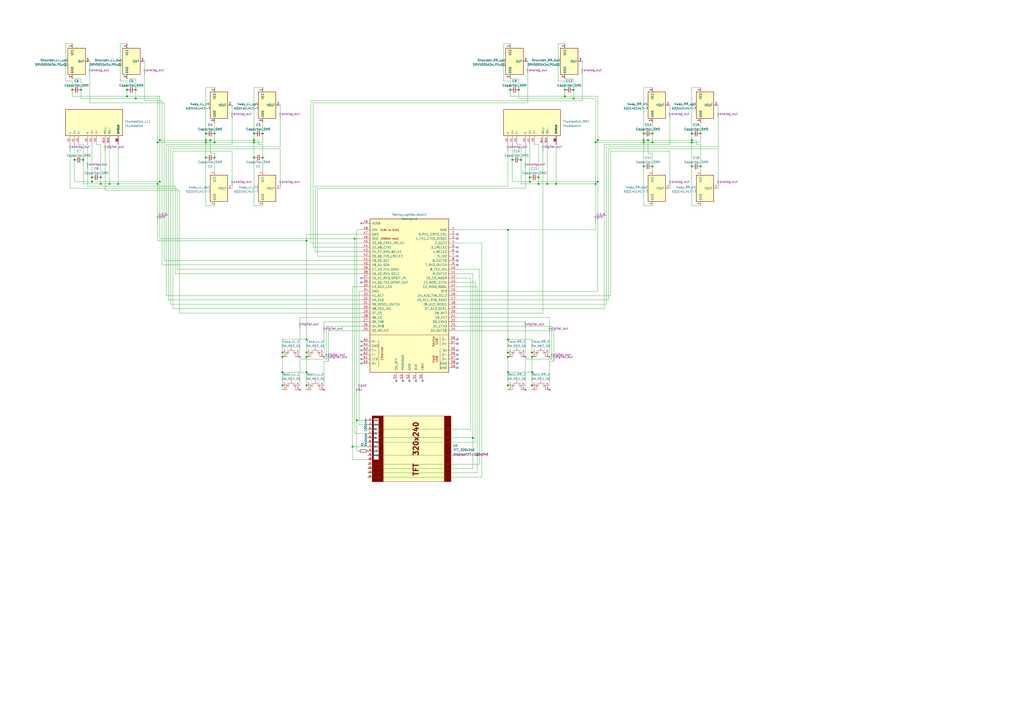
<source format=kicad_sch>
(kicad_sch (version 20230121) (generator eeschema)
  (paper "A2")
  (lib_symbols
    (symbol "Device:C_Small" (pin_numbers hide) (pin_names (offset 0.254) hide)
      (property "Reference" "C" (at 0.254 1.778 0))
      (property "Value" "C_Small" (at 0.254 -2.032 0))
      (symbol "C_Small_0_1"
        (polyline (pts (xy -1.524 -0.508) (xy 1.524 -0.508)) (stroke (width 0.3302)))
        (polyline (pts (xy -1.524 0.508) (xy 1.524 0.508)) (stroke (width 0.3048)))
      )
      (symbol "C_Small_1_1"
        (pin passive line (at 0 2.54 270) (length 2.032) (name "~") (number "1"))
        (pin passive line (at 0 -2.54 90) (length 2.032) (name "~") (number "2"))
      )
    )
    (symbol "Device:R_Small" (pin_numbers hide) (pin_names (offset 0.254) hide)
      (property "Reference" "R" (at 0.762 0.508 0))
      (property "Value" "R_Small" (at 0.762 -1.016 0))
      (symbol "R_Small_0_1"
        (rectangle (start -0.762 1.778) (end 0.762 -1.778) (stroke (width 0.2032)))
      )
      (symbol "R_Small_1_1"
        (pin passive line (at 0 2.54 270) (length 0.762) (name "~") (number "1"))
        (pin passive line (at 0 -2.54 90) (length 0.762) (name "~") (number "2"))
      )
    )
    (symbol "Sensor_Magnetic:A3214ELHLT-T"
      (property "Reference" "U" (at 0 11.43 0))
      (property "Value" "A3214ELHLT-T" (at 0 8.89 0))
      (symbol "A3214ELHLT-T_0_1"
        (rectangle (start -5.08 7.62) (end 5.08 -7.62) (stroke (width 0.254)) (fill (type background)))
      )
      (symbol "A3214ELHLT-T_1_1"
        (pin power_in line (at -2.54 10.16 270) (length 2.54) (name "VCC") (number "1"))
        (pin output line (at 7.62 0 180) (length 2.54) (name "VOUT") (number "2"))
        (pin power_in line (at -2.54 -10.16 90) (length 2.54) (name "GND") (number "3"))
      )
    )
    (symbol "Sensor_Magnetic:DRV5055A3xLPGxQ1"
      (property "Reference" "U" (at 5.08 12.7 0))
      (property "Value" "DRV5055A3xLPGxQ1" (at 7.62 10.16 0))
      (symbol "DRV5055A3xLPGxQ1_1_1"
        (rectangle (start -5.08 7.62) (end 5.08 -7.62) (stroke (width 0.254)) (fill (type background)))
        (pin power_in line (at -2.54 10.16 270) (length 2.54) (name "VCC") (number "1"))
        (pin power_in line (at -2.54 -10.16 90) (length 2.54) (name "GND") (number "2"))
        (pin output line (at 7.62 0 180) (length 2.54) (name "OUT") (number "3"))
      )
    )
    (symbol "Switch:SW_MEC_5E" (pin_names (offset 1.016) hide)
      (property "Reference" "SW" (at 0.635 5.715 0))
      (property "Value" "SW_MEC_5E" (at 0 -3.175 0))
      (symbol "SW_MEC_5E_0_1"
        (circle (center -1.778 2.54) (radius 0.508))
        (polyline (pts (xy -2.286 3.81) (xy 2.286 3.81)))
        (polyline (pts (xy 0 3.81) (xy 0 5.588)))
        (polyline (pts (xy -2.54 0) (xy -2.54 2.54) (xy -2.286 2.54)))
        (polyline (pts (xy 2.54 0) (xy 2.54 2.54) (xy 2.286 2.54)))
        (circle (center 1.778 2.54) (radius 0.508))
        (pin passive line (at -5.08 2.54 0) (length 2.54) (name "1") (number "1"))
        (pin passive line (at -5.08 0 0) (length 2.54) (name "2") (number "2"))
        (pin passive line (at 5.08 0 180) (length 2.54) (name "K") (number "3"))
        (pin passive line (at 5.08 2.54 180) (length 2.54) (name "A") (number "4"))
      )
    )
    (symbol "display:TFT_320x240" (pin_names (offset 1.016))
      (property "Reference" "U?" (at 20.32 25.4001 0))
      (property "Value" "TFT_320x240" (at 20.32 22.8601 0))
      (property "Footprint" "z_Devices:TFT-320x240" (at 20.32 20.3201 0))
      (symbol "TFT_320x240_0_0"
        (text "TFT  320x240" (at 0 25.4 0) (effects (font (size 2.9972 2.9972) bold)))
      )
      (symbol "TFT_320x240_0_1"
        (rectangle (start -19.05 0) (end 19.05 0.8382) (fill (type outline)))
        (rectangle (start -19.05 0) (end 19.05 6.35))
        (rectangle (start -19.05 6.35) (end 19.05 3.81) (fill (type outline)))
        (rectangle (start -19.05 6.35) (end 19.05 41.91) (fill (type background)))
        (rectangle (start -19.05 41.91) (end 19.05 45.72) (fill (type outline)))
        (rectangle (start -17.78 0) (end -19.05 3.81) (fill (type outline)))
        (rectangle (start 19.05 0) (end 6.35 3.81) (fill (type outline)))
      )
      (symbol "TFT_320x240_1_1"
        (pin power_in line (at -16.51 -2.54 90) (length 2.54) (name "VCC") (number "1"))
        (pin bidirectional line (at 6.35 -2.54 90) (length 2.54) (name "~") (number "10"))
        (pin bidirectional line (at 8.89 -2.54 90) (length 2.54) (name "~") (number "11"))
        (pin bidirectional line (at 11.43 -2.54 90) (length 2.54) (name "~") (number "12"))
        (pin bidirectional line (at 13.97 -2.54 90) (length 2.54) (name "~") (number "13"))
        (pin bidirectional line (at 16.51 -2.54 90) (length 2.54) (name "~") (number "14"))
        (pin bidirectional line (at -13.97 -2.54 90) (length 2.54) (name "GND") (number "2"))
        (pin bidirectional line (at -11.43 -2.54 90) (length 2.54) (name "CS") (number "3"))
        (pin bidirectional line (at -8.89 -2.54 90) (length 2.54) (name "RST") (number "4"))
        (pin bidirectional line (at -6.35 -2.54 90) (length 2.54) (name "DC") (number "5"))
        (pin bidirectional line (at -3.81 -2.54 90) (length 2.54) (name "MOSI") (number "6"))
        (pin bidirectional line (at -1.27 -2.54 90) (length 2.54) (name "SCK") (number "7"))
        (pin power_in line (at 1.27 -2.54 90) (length 2.54) (name "LED") (number "8"))
        (pin bidirectional line (at 3.81 -2.54 90) (length 2.54) (name "MISO") (number "9"))
      )
    )
    (symbol "sparkfun:COM-09032" (pin_names (offset 1.016))
      (property "Reference" "U" (at -7.62 16.002 0))
      (property "Value" "COM-09032" (at -7.62 -20.32 0))
      (symbol "COM-09032_0_0"
        (rectangle (start -7.62 -17.78) (end 7.62 15.24) (stroke (width 0.254)) (fill (type background)))
        (pin passive line (at -12.7 -7.62 0) (length 5.08) (name "SEL+") (number "B1A"))
        (pin passive line (at -12.7 -10.16 0) (length 5.08) (name "SEL-") (number "B2A"))
        (pin passive line (at -12.7 0 0) (length 5.08) (name "H+") (number "H1"))
        (pin passive line (at -12.7 2.54 0) (length 5.08) (name "H") (number "H2"))
        (pin passive line (at -12.7 -2.54 0) (length 5.08) (name "H-") (number "H3"))
        (pin passive line (at -12.7 -15.24 0) (length 5.08) (name "SHIELD") (number "S1"))
        (pin passive line (at -12.7 -15.24 0) (length 5.08) (name "SHIELD") (number "S2"))
        (pin passive line (at -12.7 -15.24 0) (length 5.08) (name "SHIELD") (number "S3"))
        (pin passive line (at -12.7 -15.24 0) (length 5.08) (name "SHIELD") (number "S4"))
        (pin passive line (at -12.7 10.16 0) (length 5.08) (name "V+") (number "V1"))
        (pin passive line (at -12.7 12.7 0) (length 5.08) (name "V") (number "V2"))
        (pin passive line (at -12.7 7.62 0) (length 5.08) (name "V-") (number "V3"))
      )
    )
    (symbol "teensy:Teensy4.1" (pin_names (offset 1.016))
      (property "Reference" "U8" (at 0 63.5 0))
      (property "Value" "Teensy4.1" (at 0 60.96 0))
      (symbol "Teensy4.1_0_0"
        (rectangle (start -22.86 60.96) (end 22.86 -27.94) (stroke (width 0.254)) (fill (type background)))
        (polyline (pts (xy -22.86 -6.35) (xy 22.86 -6.35)))
        (polyline (pts (xy -17.78 -26.67) (xy -17.78 -13.97)))
        (polyline (pts (xy -17.78 -7.62) (xy -17.78 -12.7)))
        (polyline (pts (xy 17.78 -9.525) (xy 17.78 -24.765)))
        (text "(250mA max)" (at 11.43 49.53 0) (effects (font (size 1.016 1.016))))
        (text "(3.6v to 5.5v)" (at 11.43 54.61 0) (effects (font (size 1.016 1.016))))
        (text "Device" (at -13.97 -10.16 900) (effects (font (size 1.27 1.27))))
        (text "Ethernet" (at 15.875 -17.145 900) (effects (font (size 1.27 1.27))))
        (text "Host" (at -13.97 -20.32 900) (effects (font (size 1.27 1.27))))
        (text "USB" (at -15.875 -20.32 900) (effects (font (size 1.27 1.27))))
        (text "USB" (at -15.875 -10.16 900) (effects (font (size 1.27 1.27))))
        (pin bidirectional line (at -27.94 31.75 0) (length 5.08) (name "8_TX2_IN1") (number "10"))
        (pin bidirectional line (at -27.94 29.21 0) (length 5.08) (name "9_OUT1C") (number "11"))
        (pin bidirectional line (at -27.94 26.67 0) (length 5.08) (name "10_CS_MQSR") (number "12"))
        (pin bidirectional line (at -27.94 24.13 0) (length 5.08) (name "11_MOSI_CTX1") (number "13"))
        (pin bidirectional line (at -27.94 21.59 0) (length 5.08) (name "12_MISO_MQSL") (number "14"))
        (pin power_in line (at -27.94 19.05 0) (length 5.08) (name "3V3") (number "15"))
        (pin bidirectional line (at -27.94 16.51 0) (length 5.08) (name "24_A10_TX6_SCL2") (number "16"))
        (pin bidirectional line (at -27.94 13.97 0) (length 5.08) (name "25_A11_RX6_SDA2") (number "17"))
        (pin bidirectional line (at -27.94 11.43 0) (length 5.08) (name "26_A12_MOSI1") (number "18"))
        (pin bidirectional line (at -27.94 8.89 0) (length 5.08) (name "27_A13_SCK1") (number "19"))
        (pin bidirectional line (at -27.94 6.35 0) (length 5.08) (name "28_RX7") (number "20"))
        (pin bidirectional line (at -27.94 3.81 0) (length 5.08) (name "29_TX7") (number "21"))
        (pin bidirectional line (at -27.94 1.27 0) (length 5.08) (name "30_CRX3") (number "22"))
        (pin bidirectional line (at -27.94 -1.27 0) (length 5.08) (name "31_CTX3") (number "23"))
        (pin bidirectional line (at -27.94 -3.81 0) (length 5.08) (name "32_OUT1B") (number "24"))
        (pin bidirectional line (at 27.94 -3.81 180) (length 5.08) (name "33_MCLK2") (number "25"))
        (pin bidirectional line (at 27.94 -1.27 180) (length 5.08) (name "34_RX8") (number "26"))
        (pin bidirectional line (at 27.94 1.27 180) (length 5.08) (name "35_TX8") (number "27"))
        (pin bidirectional line (at 27.94 3.81 180) (length 5.08) (name "36_CS") (number "28"))
        (pin bidirectional line (at 27.94 6.35 180) (length 5.08) (name "37_CS") (number "29"))
        (pin bidirectional line (at 27.94 8.89 180) (length 5.08) (name "38_CS1_IN1") (number "30"))
        (pin bidirectional line (at 27.94 11.43 180) (length 5.08) (name "39_MISO1_OUT1A") (number "31"))
        (pin bidirectional line (at 27.94 13.97 180) (length 5.08) (name "40_A16") (number "32"))
        (pin bidirectional line (at 27.94 16.51 180) (length 5.08) (name "41_A17") (number "33"))
        (pin bidirectional line (at 27.94 21.59 180) (length 5.08) (name "13_SCK_LED") (number "35"))
        (pin bidirectional line (at 27.94 24.13 180) (length 5.08) (name "14_A0_TX3_SPDIF_OUT") (number "36"))
        (pin bidirectional line (at 27.94 26.67 180) (length 5.08) (name "15_A1_RX3_SPDIF_IN") (number "37"))
        (pin bidirectional line (at 27.94 29.21 180) (length 5.08) (name "16_A2_RX4_SCL1") (number "38"))
        (pin bidirectional line (at 27.94 31.75 180) (length 5.08) (name "17_A3_TX4_SDA1") (number "39"))
        (pin bidirectional line (at 27.94 34.29 180) (length 5.08) (name "18_A4_SDA") (number "40"))
        (pin bidirectional line (at 27.94 36.83 180) (length 5.08) (name "19_A5_SCL") (number "41"))
        (pin bidirectional line (at 27.94 39.37 180) (length 5.08) (name "20_A6_TX5_LRCLK1") (number "42"))
        (pin bidirectional line (at 27.94 41.91 180) (length 5.08) (name "21_A7_RX5_BCLK1") (number "43"))
        (pin bidirectional line (at 27.94 44.45 180) (length 5.08) (name "22_A8_CTX1") (number "44"))
        (pin bidirectional line (at 27.94 46.99 180) (length 5.08) (name "23_A9_CRX1_MCLK1") (number "45"))
        (pin output line (at 27.94 49.53 180) (length 5.08) (name "3V3") (number "46"))
        (pin output line (at 27.94 52.07 180) (length 5.08) (name "GND") (number "47"))
        (pin power_in line (at 27.94 54.61 180) (length 5.08) (name "VIN") (number "48"))
        (pin power_out line (at 27.94 58.42 180) (length 5.08) (name "VUSB") (number "49"))
        (pin bidirectional line (at -27.94 44.45 0) (length 5.08) (name "3_LRCLK2") (number "5"))
        (pin power_in line (at -7.62 -33.02 90) (length 5.08) (name "VBAT") (number "50"))
        (pin power_in line (at -3.81 -33.02 90) (length 5.08) (name "3V3") (number "51"))
        (pin input line (at 0 -33.02 90) (length 5.08) (name "GND") (number "52"))
        (pin input line (at 3.81 -33.02 90) (length 5.08) (name "PROGRAM") (number "53"))
        (pin input line (at 7.62 -33.02 90) (length 5.08) (name "ON_OFF") (number "54"))
        (pin power_out line (at -27.94 -15.24 0) (length 5.08) (name "5V") (number "55"))
        (pin bidirectional line (at -27.94 -17.78 0) (length 5.08) (name "D-") (number "56"))
        (pin bidirectional line (at -27.94 -20.32 0) (length 5.08) (name "D+") (number "57"))
        (pin power_in line (at -27.94 -22.86 0) (length 5.08) (name "GND") (number "58"))
        (pin power_in line (at -27.94 -25.4 0) (length 5.08) (name "GND") (number "59"))
        (pin bidirectional line (at -27.94 41.91 0) (length 5.08) (name "4_BCLK2") (number "6"))
        (pin bidirectional line (at 27.94 -22.86 180) (length 5.08) (name "R+") (number "60"))
        (pin bidirectional line (at 27.94 -20.32 180) (length 5.08) (name "LED") (number "61"))
        (pin bidirectional line (at 27.94 -17.78 180) (length 5.08) (name "T-") (number "62"))
        (pin bidirectional line (at 27.94 -15.24 180) (length 5.08) (name "T+") (number "63"))
        (pin power_in line (at 27.94 -12.7 180) (length 5.08) (name "GND") (number "64"))
        (pin bidirectional line (at 27.94 -10.16 180) (length 5.08) (name "R-") (number "65"))
        (pin bidirectional line (at -27.94 -8.89 0) (length 5.08) (name "D-") (number "66"))
        (pin bidirectional line (at -27.94 -11.43 0) (length 5.08) (name "D+") (number "67"))
        (pin bidirectional line (at -27.94 39.37 0) (length 5.08) (name "5_IN2") (number "7"))
        (pin bidirectional line (at -27.94 36.83 0) (length 5.08) (name "6_OUT1D") (number "8"))
        (pin bidirectional line (at -27.94 34.29 0) (length 5.08) (name "7_RX2_OUT1A") (number "9"))
      )
      (symbol "Teensy4.1_0_1"
        (rectangle (start -20.32 -1.27) (end -20.32 -1.27))
      )
      (symbol "Teensy4.1_1_1"
        (pin power_in line (at -27.94 54.61 0) (length 5.08) (name "GND") (number "1"))
        (pin bidirectional line (at -27.94 52.07 0) (length 5.08) (name "0_RX1_CRX2_CS1") (number "2"))
        (pin bidirectional line (at -27.94 49.53 0) (length 5.08) (name "1_TX1_CTX2_MISO1") (number "3"))
        (pin power_in line (at 27.94 19.05 180) (length 5.08) (name "GND") (number "34"))
        (pin bidirectional line (at -27.94 46.99 0) (length 5.08) (name "2_OUT2") (number "4"))
      )
    )
  )
  (junction (at 152.4 77.47))
  (junction (at 294.64 223.52))
  (junction (at 177.8 139.7))
  (junction (at 401.32 81.28))
  (junction (at 312.42 106.68))
  (junction (at 332.74 52.07))
  (junction (at 119.38 82.55))
  (junction (at 346.71 81.28))
  (junction (at 48.26 92.71))
  (junction (at 177.8 196.85))
  (junction (at 163.83 223.52))
  (junction (at 92.71 81.28))
  (junction (at 312.42 102.87))
  (junction (at 177.8 223.52))
  (junction (at 152.4 91.44))
  (junction (at 307.34 102.87))
  (junction (at 274.32 254))
  (junction (at 373.38 96.52))
  (junction (at 297.18 92.71))
  (junction (at 308.61 204.47))
  (junction (at 401.32 82.55))
  (junction (at 121.92 81.28))
  (junction (at 332.74 57.15))
  (junction (at 205.74 138.43))
  (junction (at 295.91 52.07))
  (junction (at 177.8 215.9))
  (junction (at 147.32 77.47))
  (junction (at 375.92 81.28))
  (junction (at 53.34 105.41))
  (junction (at 68.58 106.68))
  (junction (at 378.46 77.47))
  (junction (at 276.86 264.16))
  (junction (at 53.34 102.87))
  (junction (at 307.34 105.41))
  (junction (at 373.38 77.47))
  (junction (at 78.74 52.07))
  (junction (at 204.47 259.08))
  (junction (at 58.42 106.68))
  (junction (at 119.38 77.47))
  (junction (at 345.44 106.68))
  (junction (at 147.32 81.28))
  (junction (at 119.38 81.28))
  (junction (at 322.58 106.68))
  (junction (at 308.61 223.52))
  (junction (at 406.4 96.52))
  (junction (at 406.4 77.47))
  (junction (at 378.46 82.55))
  (junction (at 327.66 52.07))
  (junction (at 378.46 96.52))
  (junction (at 294.64 215.9))
  (junction (at 373.38 82.55))
  (junction (at 207.01 243.84))
  (junction (at 92.71 105.41))
  (junction (at 73.66 52.07))
  (junction (at 43.18 92.71))
  (junction (at 346.71 105.41))
  (junction (at 401.32 77.47))
  (junction (at 345.44 82.55))
  (junction (at 294.64 204.47))
  (junction (at 401.32 96.52))
  (junction (at 163.83 207.01))
  (junction (at 58.42 102.87))
  (junction (at 46.99 52.07))
  (junction (at 308.61 215.9))
  (junction (at 91.44 106.68))
  (junction (at 124.46 82.55))
  (junction (at 308.61 207.01))
  (junction (at 300.99 52.07))
  (junction (at 91.44 82.55))
  (junction (at 124.46 77.47))
  (junction (at 373.38 81.28))
  (junction (at 124.46 91.44))
  (junction (at 63.5 106.68))
  (junction (at 302.26 92.71))
  (junction (at 41.91 52.07))
  (junction (at 317.5 106.68))
  (junction (at 294.64 207.01))
  (junction (at 119.38 91.44))
  (junction (at 327.66 55.88))
  (junction (at 177.8 207.01))
  (junction (at 147.32 82.55))
  (junction (at 147.32 91.44))
  (junction (at 177.8 204.47))
  (junction (at 294.64 196.85))
  (junction (at 73.66 55.88))
  (junction (at 163.83 215.9))
  (junction (at 294.64 133.35))
  (junction (at 78.74 57.15))
  (junction (at 163.83 204.47))
  (no_connect (at 187.96 207.01))
  (no_connect (at 265.43 205.74))
  (no_connect (at 209.55 163.83))
  (no_connect (at 304.8 226.06))
  (no_connect (at 229.87 220.98))
  (no_connect (at 304.8 207.01))
  (no_connect (at 265.43 135.89))
  (no_connect (at 209.55 161.29))
  (no_connect (at 241.3 220.98))
  (no_connect (at 209.55 203.2))
  (no_connect (at 209.55 210.82))
  (no_connect (at 265.43 199.39))
  (no_connect (at 265.43 196.85))
  (no_connect (at 265.43 203.2))
  (no_connect (at 318.77 226.06))
  (no_connect (at 209.55 208.28))
  (no_connect (at 187.96 226.06))
  (no_connect (at 265.43 138.43))
  (no_connect (at 265.43 208.28))
  (no_connect (at 233.68 220.98))
  (no_connect (at 173.99 207.01))
  (no_connect (at 209.55 205.74))
  (no_connect (at 237.49 220.98))
  (no_connect (at 245.11 220.98))
  (no_connect (at 209.55 200.66))
  (no_connect (at 265.43 153.67))
  (no_connect (at 265.43 151.13))
  (no_connect (at 265.43 210.82))
  (no_connect (at 318.77 207.01))
  (no_connect (at 209.55 129.54))
  (no_connect (at 265.43 148.59))
  (no_connect (at 265.43 213.36))
  (no_connect (at 265.43 143.51))
  (no_connect (at 209.55 198.12))
  (no_connect (at 173.99 226.06))
  (no_connect (at 265.43 146.05))
  (wire (pts (xy 46.99 57.15) (xy 78.74 57.15)))
  (wire (pts (xy 208.28 168.91) (xy 208.28 246.38)))
  (wire (pts (xy 147.32 91.44) (xy 147.32 119.38)))
  (wire (pts (xy 163.83 223.52) (xy 163.83 226.06)))
  (wire (pts (xy 265.43 173.99) (xy 353.06 173.99)))
  (wire (pts (xy 119.38 50.8) (xy 119.38 77.47)))
  (wire (pts (xy 403.86 83.82) (xy 403.86 81.28)))
  (wire (pts (xy 294.64 223.52) (xy 294.64 226.06)))
  (wire (pts (xy 163.83 204.47) (xy 163.83 196.85)))
  (wire (pts (xy 213.36 274.32) (xy 276.86 274.32)))
  (wire (pts (xy 318.77 223.52) (xy 318.77 209.55)))
  (wire (pts (xy 149.86 83.82) (xy 149.86 81.28)))
  (wire (pts (xy 96.52 171.45) (xy 209.55 171.45)))
  (wire (pts (xy 332.74 57.15) (xy 345.44 57.15)))
  (wire (pts (xy 318.77 184.15) (xy 318.77 204.47)))
  (wire (pts (xy 41.91 55.88) (xy 73.66 55.88)))
  (wire (pts (xy 177.8 215.9) (xy 177.8 223.52)))
  (wire (pts (xy 53.34 102.87) (xy 53.34 105.41)))
  (wire (pts (xy 297.18 92.71) (xy 297.18 105.41)))
  (wire (pts (xy 406.4 96.52) (xy 406.4 83.82)))
  (wire (pts (xy 48.26 83.82) (xy 48.26 92.71)))
  (wire (pts (xy 53.34 83.82) (xy 53.34 102.87)))
  (wire (pts (xy 152.4 83.82) (xy 152.4 91.44)))
  (wire (pts (xy 274.32 158.75) (xy 265.43 158.75)))
  (wire (pts (xy 97.79 85.09) (xy 162.56 85.09)))
  (wire (pts (xy 401.32 96.52) (xy 401.32 119.38)))
  (wire (pts (xy 73.66 25.4) (xy 69.85 25.4)))
  (wire (pts (xy 173.99 204.47) (xy 173.99 184.15)))
  (wire (pts (xy 207.01 261.62) (xy 207.01 243.84)))
  (wire (pts (xy 306.07 59.69) (xy 181.61 59.69)))
  (wire (pts (xy 48.26 92.71) (xy 48.26 106.68)))
  (wire (pts (xy 119.38 50.8) (xy 124.46 50.8)))
  (wire (pts (xy 401.32 82.55) (xy 401.32 96.52)))
  (wire (pts (xy 375.92 81.28) (xy 401.32 81.28)))
  (wire (pts (xy 373.38 82.55) (xy 378.46 82.55)))
  (wire (pts (xy 345.44 106.68) (xy 345.44 133.35)))
  (wire (pts (xy 95.25 59.69) (xy 95.25 151.13)))
  (wire (pts (xy 312.42 83.82) (xy 312.42 102.87)))
  (wire (pts (xy 83.82 58.42) (xy 93.98 58.42)))
  (wire (pts (xy 307.34 102.87) (xy 307.34 105.41)))
  (wire (pts (xy 327.66 25.4) (xy 323.85 25.4)))
  (wire (pts (xy 92.71 138.43) (xy 205.74 138.43)))
  (wire (pts (xy 182.88 146.05) (xy 209.55 146.05)))
  (wire (pts (xy 294.64 133.35) (xy 294.64 196.85)))
  (wire (pts (xy 297.18 83.82) (xy 297.18 92.71)))
  (wire (pts (xy 309.88 83.82) (xy 312.42 83.82)))
  (wire (pts (xy 401.32 50.8) (xy 406.4 50.8)))
  (wire (pts (xy 306.07 35.56) (xy 306.07 59.69)))
  (wire (pts (xy 48.26 106.68) (xy 58.42 106.68)))
  (wire (pts (xy 207.01 243.84) (xy 213.36 243.84)))
  (wire (pts (xy 204.47 166.37) (xy 209.55 166.37)))
  (wire (pts (xy 213.36 269.24) (xy 278.13 269.24)))
  (wire (pts (xy 346.71 55.88) (xy 346.71 81.28)))
  (wire (pts (xy 207.01 133.35) (xy 209.55 133.35)))
  (wire (pts (xy 213.36 271.78) (xy 274.32 271.78)))
  (wire (pts (xy 152.4 83.82) (xy 149.86 83.82)))
  (wire (pts (xy 96.52 83.82) (xy 134.62 83.82)))
  (wire (pts (xy 124.46 88.9) (xy 124.46 91.44)))
  (wire (pts (xy 40.64 109.22) (xy 102.87 109.22)))
  (wire (pts (xy 69.85 25.4) (xy 69.85 46.99)))
  (wire (pts (xy 265.43 133.35) (xy 294.64 133.35)))
  (wire (pts (xy 375.92 88.9) (xy 378.46 88.9)))
  (wire (pts (xy 321.31 209.55) (xy 321.31 191.77)))
  (wire (pts (xy 327.66 46.99) (xy 327.66 52.07)))
  (wire (pts (xy 373.38 96.52) (xy 373.38 119.38)))
  (wire (pts (xy 180.34 58.42) (xy 180.34 140.97)))
  (wire (pts (xy 91.44 82.55) (xy 119.38 82.55)))
  (wire (pts (xy 320.04 208.28) (xy 320.04 189.23)))
  (wire (pts (xy 373.38 82.55) (xy 373.38 96.52)))
  (wire (pts (xy 177.8 223.52) (xy 177.8 226.06)))
  (wire (pts (xy 302.26 83.82) (xy 302.26 92.71)))
  (wire (pts (xy 416.56 60.96) (xy 416.56 85.09)))
  (wire (pts (xy 92.71 105.41) (xy 92.71 138.43)))
  (wire (pts (xy 416.56 109.22) (xy 416.56 86.36)))
  (wire (pts (xy 295.91 45.72) (xy 300.99 45.72)))
  (wire (pts (xy 189.23 208.28) (xy 189.23 189.23)))
  (wire (pts (xy 41.91 46.99) (xy 41.91 52.07)))
  (wire (pts (xy 52.07 59.69) (xy 95.25 59.69)))
  (wire (pts (xy 189.23 189.23) (xy 209.55 189.23)))
  (wire (pts (xy 294.64 107.95) (xy 182.88 107.95)))
  (wire (pts (xy 58.42 106.68) (xy 63.5 106.68)))
  (wire (pts (xy 45.72 83.82) (xy 48.26 83.82)))
  (wire (pts (xy 337.82 58.42) (xy 180.34 58.42)))
  (wire (pts (xy 104.14 181.61) (xy 209.55 181.61)))
  (wire (pts (xy 304.8 208.28) (xy 320.04 208.28)))
  (wire (pts (xy 63.5 106.68) (xy 68.58 106.68)))
  (wire (pts (xy 213.36 259.08) (xy 204.47 259.08)))
  (wire (pts (xy 163.83 223.52) (xy 163.83 215.9)))
  (wire (pts (xy 300.99 57.15) (xy 332.74 57.15)))
  (wire (pts (xy 53.34 105.41) (xy 92.71 105.41)))
  (wire (pts (xy 147.32 50.8) (xy 152.4 50.8)))
  (wire (pts (xy 208.28 261.62) (xy 207.01 261.62)))
  (wire (pts (xy 184.15 109.22) (xy 184.15 148.59)))
  (wire (pts (xy 208.28 168.91) (xy 209.55 168.91)))
  (wire (pts (xy 163.83 204.47) (xy 163.83 207.01)))
  (wire (pts (xy 73.66 55.88) (xy 92.71 55.88)))
  (wire (pts (xy 279.4 140.97) (xy 265.43 140.97)))
  (wire (pts (xy 294.64 215.9) (xy 308.61 215.9)))
  (wire (pts (xy 124.46 88.9) (xy 121.92 88.9)))
  (wire (pts (xy 378.46 119.38) (xy 373.38 119.38)))
  (wire (pts (xy 294.64 204.47) (xy 294.64 196.85)))
  (wire (pts (xy 378.46 71.12) (xy 378.46 77.47)))
  (wire (pts (xy 213.36 248.92) (xy 273.05 248.92)))
  (wire (pts (xy 323.85 46.99) (xy 327.66 46.99)))
  (wire (pts (xy 406.4 71.12) (xy 406.4 77.47)))
  (wire (pts (xy 406.4 77.47) (xy 406.4 82.55)))
  (wire (pts (xy 163.83 196.85) (xy 177.8 196.85)))
  (wire (pts (xy 265.43 189.23) (xy 320.04 189.23)))
  (wire (pts (xy 177.8 207.01) (xy 177.8 215.9)))
  (wire (pts (xy 101.6 158.75) (xy 209.55 158.75)))
  (wire (pts (xy 323.85 25.4) (xy 323.85 46.99)))
  (wire (pts (xy 322.58 83.82) (xy 322.58 106.68)))
  (wire (pts (xy 292.1 25.4) (xy 292.1 46.99)))
  (wire (pts (xy 345.44 57.15) (xy 345.44 82.55)))
  (wire (pts (xy 213.36 256.54) (xy 275.59 256.54)))
  (wire (pts (xy 181.61 59.69) (xy 181.61 143.51)))
  (wire (pts (xy 63.5 83.82) (xy 63.5 106.68)))
  (wire (pts (xy 91.44 82.55) (xy 91.44 106.68)))
  (wire (pts (xy 213.36 264.16) (xy 276.86 264.16)))
  (wire (pts (xy 265.43 184.15) (xy 318.77 184.15)))
  (wire (pts (xy 351.79 85.09) (xy 416.56 85.09)))
  (wire (pts (xy 401.32 77.47) (xy 401.32 81.28)))
  (wire (pts (xy 119.38 81.28) (xy 121.92 81.28)))
  (wire (pts (xy 308.61 207.01) (xy 308.61 215.9)))
  (wire (pts (xy 93.98 153.67) (xy 209.55 153.67)))
  (wire (pts (xy 205.74 251.46) (xy 205.74 138.43)))
  (wire (pts (xy 308.61 204.47) (xy 308.61 207.01)))
  (wire (pts (xy 50.8 107.95) (xy 50.8 83.82)))
  (wire (pts (xy 332.74 45.72) (xy 332.74 52.07)))
  (wire (pts (xy 304.8 83.82) (xy 304.8 109.22)))
  (wire (pts (xy 294.64 83.82) (xy 294.64 107.95)))
  (wire (pts (xy 55.88 83.82) (xy 58.42 83.82)))
  (wire (pts (xy 406.4 96.52) (xy 406.4 99.06)))
  (wire (pts (xy 78.74 52.07) (xy 78.74 57.15)))
  (wire (pts (xy 40.64 83.82) (xy 40.64 109.22)))
  (wire (pts (xy 121.92 81.28) (xy 147.32 81.28)))
  (wire (pts (xy 91.44 57.15) (xy 91.44 82.55)))
  (wire (pts (xy 121.92 88.9) (xy 121.92 81.28)))
  (wire (pts (xy 97.79 173.99) (xy 209.55 173.99)))
  (wire (pts (xy 147.32 82.55) (xy 147.32 91.44)))
  (wire (pts (xy 162.56 60.96) (xy 162.56 85.09)))
  (wire (pts (xy 184.15 109.22) (xy 304.8 109.22)))
  (wire (pts (xy 152.4 119.38) (xy 147.32 119.38)))
  (wire (pts (xy 378.46 96.52) (xy 378.46 99.06)))
  (wire (pts (xy 337.82 35.56) (xy 337.82 58.42)))
  (wire (pts (xy 327.66 45.72) (xy 332.74 45.72)))
  (wire (pts (xy 353.06 86.36) (xy 416.56 86.36)))
  (wire (pts (xy 278.13 269.24) (xy 278.13 156.21)))
  (wire (pts (xy 351.79 85.09) (xy 351.79 176.53)))
  (wire (pts (xy 163.83 215.9) (xy 177.8 215.9)))
  (wire (pts (xy 345.44 82.55) (xy 345.44 106.68)))
  (wire (pts (xy 295.91 25.4) (xy 292.1 25.4)))
  (wire (pts (xy 307.34 83.82) (xy 307.34 102.87)))
  (wire (pts (xy 43.18 105.41) (xy 53.34 105.41)))
  (wire (pts (xy 177.8 204.47) (xy 177.8 196.85)))
  (wire (pts (xy 295.91 55.88) (xy 327.66 55.88)))
  (wire (pts (xy 308.61 215.9) (xy 308.61 223.52)))
  (wire (pts (xy 182.88 107.95) (xy 182.88 146.05)))
  (wire (pts (xy 92.71 81.28) (xy 92.71 105.41)))
  (wire (pts (xy 190.5 191.77) (xy 209.55 191.77)))
  (wire (pts (xy 312.42 106.68) (xy 317.5 106.68)))
  (wire (pts (xy 299.72 83.82) (xy 302.26 83.82)))
  (wire (pts (xy 378.46 96.52) (xy 378.46 88.9)))
  (wire (pts (xy 173.99 184.15) (xy 209.55 184.15)))
  (wire (pts (xy 378.46 82.55) (xy 401.32 82.55)))
  (wire (pts (xy 273.05 248.92) (xy 273.05 161.29)))
  (wire (pts (xy 375.92 81.28) (xy 375.92 88.9)))
  (wire (pts (xy 208.28 246.38) (xy 213.36 246.38)))
  (wire (pts (xy 205.74 138.43) (xy 209.55 138.43)))
  (wire (pts (xy 294.64 223.52) (xy 294.64 215.9)))
  (wire (pts (xy 134.62 60.96) (xy 134.62 83.82)))
  (wire (pts (xy 119.38 82.55) (xy 119.38 91.44)))
  (wire (pts (xy 119.38 82.55) (xy 124.46 82.55)))
  (wire (pts (xy 294.64 196.85) (xy 308.61 196.85)))
  (wire (pts (xy 99.06 86.36) (xy 99.06 176.53)))
  (wire (pts (xy 119.38 77.47) (xy 119.38 81.28)))
  (wire (pts (xy 373.38 77.47) (xy 373.38 81.28)))
  (wire (pts (xy 124.46 77.47) (xy 124.46 82.55)))
  (wire (pts (xy 327.66 55.88) (xy 346.71 55.88)))
  (wire (pts (xy 102.87 156.21) (xy 209.55 156.21)))
  (wire (pts (xy 152.4 91.44) (xy 152.4 99.06)))
  (wire (pts (xy 99.06 86.36) (xy 162.56 86.36)))
  (wire (pts (xy 41.91 52.07) (xy 41.91 55.88)))
  (wire (pts (xy 373.38 81.28) (xy 375.92 81.28)))
  (wire (pts (xy 373.38 50.8) (xy 378.46 50.8)))
  (wire (pts (xy 52.07 35.56) (xy 52.07 59.69)))
  (wire (pts (xy 100.33 87.63) (xy 100.33 179.07)))
  (wire (pts (xy 43.18 83.82) (xy 43.18 92.71)))
  (wire (pts (xy 304.8 186.69) (xy 304.8 204.47)))
  (wire (pts (xy 302.26 106.68) (xy 312.42 106.68)))
  (wire (pts (xy 41.91 45.72) (xy 46.99 45.72)))
  (wire (pts (xy 274.32 254) (xy 274.32 158.75)))
  (wire (pts (xy 134.62 109.22) (xy 134.62 87.63)))
  (wire (pts (xy 180.34 140.97) (xy 209.55 140.97)))
  (wire (pts (xy 308.61 204.47) (xy 308.61 196.85)))
  (wire (pts (xy 58.42 102.87) (xy 58.42 106.68)))
  (wire (pts (xy 388.62 109.22) (xy 388.62 87.63)))
  (wire (pts (xy 43.18 92.71) (xy 43.18 105.41)))
  (wire (pts (xy 173.99 208.28) (xy 189.23 208.28)))
  (wire (pts (xy 124.46 71.12) (xy 124.46 77.47)))
  (wire (pts (xy 322.58 106.68) (xy 345.44 106.68)))
  (wire (pts (xy 312.42 102.87) (xy 312.42 106.68)))
  (wire (pts (xy 147.32 50.8) (xy 147.32 77.47)))
  (wire (pts (xy 187.96 204.47) (xy 187.96 186.69)))
  (wire (pts (xy 68.58 106.68) (xy 91.44 106.68)))
  (wire (pts (xy 162.56 109.22) (xy 162.56 86.36)))
  (wire (pts (xy 265.43 168.91) (xy 346.71 168.91)))
  (wire (pts (xy 181.61 143.51) (xy 209.55 143.51)))
  (wire (pts (xy 346.71 81.28) (xy 373.38 81.28)))
  (wire (pts (xy 346.71 105.41) (xy 346.71 168.91)))
  (wire (pts (xy 147.32 77.47) (xy 147.32 81.28)))
  (wire (pts (xy 50.8 107.95) (xy 101.6 107.95)))
  (wire (pts (xy 101.6 107.95) (xy 101.6 158.75)))
  (wire (pts (xy 92.71 81.28) (xy 119.38 81.28)))
  (wire (pts (xy 265.43 176.53) (xy 351.79 176.53)))
  (wire (pts (xy 100.33 179.07) (xy 209.55 179.07)))
  (wire (pts (xy 308.61 223.52) (xy 308.61 226.06)))
  (wire (pts (xy 73.66 52.07) (xy 73.66 55.88)))
  (wire (pts (xy 190.5 209.55) (xy 190.5 191.77)))
  (wire (pts (xy 41.91 25.4) (xy 38.1 25.4)))
  (wire (pts (xy 302.26 92.71) (xy 302.26 106.68)))
  (wire (pts (xy 294.64 204.47) (xy 294.64 207.01)))
  (wire (pts (xy 278.13 156.21) (xy 265.43 156.21)))
  (wire (pts (xy 96.52 83.82) (xy 96.52 171.45)))
  (wire (pts (xy 149.86 81.28) (xy 147.32 81.28)))
  (wire (pts (xy 163.83 207.01) (xy 163.83 215.9)))
  (wire (pts (xy 78.74 45.72) (xy 78.74 52.07)))
  (wire (pts (xy 314.96 83.82) (xy 314.96 181.61)))
  (wire (pts (xy 83.82 35.56) (xy 83.82 58.42)))
  (wire (pts (xy 345.44 82.55) (xy 373.38 82.55)))
  (wire (pts (xy 207.01 133.35) (xy 207.01 243.84)))
  (wire (pts (xy 300.99 45.72) (xy 300.99 52.07)))
  (wire (pts (xy 124.46 119.38) (xy 119.38 119.38)))
  (wire (pts (xy 92.71 55.88) (xy 92.71 81.28)))
  (wire (pts (xy 91.44 139.7) (xy 177.8 139.7)))
  (wire (pts (xy 213.36 251.46) (xy 205.74 251.46)))
  (wire (pts (xy 204.47 266.7) (xy 204.47 259.08)))
  (wire (pts (xy 265.43 181.61) (xy 314.96 181.61)))
  (wire (pts (xy 68.58 83.82) (xy 68.58 106.68)))
  (wire (pts (xy 353.06 86.36) (xy 353.06 173.99)))
  (wire (pts (xy 73.66 46.99) (xy 73.66 52.07)))
  (wire (pts (xy 177.8 204.47) (xy 177.8 207.01)))
  (wire (pts (xy 273.05 161.29) (xy 265.43 161.29)))
  (wire (pts (xy 401.32 82.55) (xy 406.4 82.55)))
  (wire (pts (xy 406.4 119.38) (xy 401.32 119.38)))
  (wire (pts (xy 279.4 276.86) (xy 279.4 140.97)))
  (wire (pts (xy 60.96 83.82) (xy 60.96 110.49)))
  (wire (pts (xy 97.79 85.09) (xy 97.79 173.99)))
  (wire (pts (xy 213.36 254) (xy 274.32 254)))
  (wire (pts (xy 350.52 83.82) (xy 350.52 179.07)))
  (wire (pts (xy 294.64 133.35) (xy 345.44 133.35)))
  (wire (pts (xy 95.25 151.13) (xy 209.55 151.13)))
  (wire (pts (xy 187.96 186.69) (xy 209.55 186.69)))
  (wire (pts (xy 147.32 82.55) (xy 152.4 82.55)))
  (wire (pts (xy 317.5 83.82) (xy 317.5 106.68)))
  (wire (pts (xy 124.46 82.55) (xy 147.32 82.55)))
  (wire (pts (xy 46.99 45.72) (xy 46.99 52.07)))
  (wire (pts (xy 295.91 52.07) (xy 295.91 55.88)))
  (wire (pts (xy 187.96 223.52) (xy 187.96 209.55)))
  (wire (pts (xy 213.36 276.86) (xy 279.4 276.86)))
  (wire (pts (xy 265.43 171.45) (xy 354.33 171.45)))
  (wire (pts (xy 294.64 207.01) (xy 294.64 215.9)))
  (wire (pts (xy 58.42 83.82) (xy 58.42 102.87)))
  (wire (pts (xy 100.33 87.63) (xy 134.62 87.63)))
  (wire (pts (xy 124.46 91.44) (xy 124.46 99.06)))
  (wire (pts (xy 69.85 46.99) (xy 73.66 46.99)))
  (wire (pts (xy 78.74 57.15) (xy 91.44 57.15)))
  (wire (pts (xy 354.33 87.63) (xy 388.62 87.63)))
  (wire (pts (xy 99.06 176.53) (xy 209.55 176.53)))
  (wire (pts (xy 297.18 105.41) (xy 307.34 105.41)))
  (wire (pts (xy 304.8 223.52) (xy 304.8 208.28)))
  (wire (pts (xy 332.74 52.07) (xy 332.74 57.15)))
  (wire (pts (xy 265.43 191.77) (xy 321.31 191.77)))
  (wire (pts (xy 119.38 91.44) (xy 119.38 119.38)))
  (wire (pts (xy 307.34 105.41) (xy 346.71 105.41)))
  (wire (pts (xy 152.4 71.12) (xy 152.4 77.47)))
  (wire (pts (xy 378.46 77.47) (xy 378.46 82.55)))
  (wire (pts (xy 38.1 25.4) (xy 38.1 46.99)))
  (wire (pts (xy 327.66 52.07) (xy 327.66 55.88)))
  (wire (pts (xy 317.5 106.68) (xy 322.58 106.68)))
  (wire (pts (xy 177.8 135.89) (xy 209.55 135.89)))
  (wire (pts (xy 373.38 50.8) (xy 373.38 77.47)))
  (wire (pts (xy 73.66 45.72) (xy 78.74 45.72)))
  (wire (pts (xy 102.87 109.22) (xy 102.87 156.21)))
  (wire (pts (xy 292.1 46.99) (xy 295.91 46.99)))
  (wire (pts (xy 346.71 81.28) (xy 346.71 105.41)))
  (wire (pts (xy 213.36 266.7) (xy 204.47 266.7)))
  (wire (pts (xy 276.86 264.16) (xy 276.86 166.37)))
  (wire (pts (xy 295.91 46.99) (xy 295.91 52.07)))
  (wire (pts (xy 265.43 179.07) (xy 350.52 179.07)))
  (wire (pts (xy 274.32 271.78) (xy 274.32 254)))
  (wire (pts (xy 265.43 186.69) (xy 304.8 186.69)))
  (wire (pts (xy 91.44 106.68) (xy 91.44 139.7)))
  (wire (pts (xy 177.8 139.7) (xy 177.8 135.89)))
  (wire (pts (xy 177.8 139.7) (xy 177.8 196.85)))
  (wire (pts (xy 276.86 166.37) (xy 265.43 166.37)))
  (wire (pts (xy 388.62 60.96) (xy 388.62 83.82)))
  (wire (pts (xy 403.86 81.28) (xy 401.32 81.28)))
  (wire (pts (xy 173.99 223.52) (xy 173.99 208.28)))
  (wire (pts (xy 152.4 77.47) (xy 152.4 82.55)))
  (wire (pts (xy 104.14 110.49) (xy 104.14 181.61)))
  (wire (pts (xy 354.33 87.63) (xy 354.33 171.45)))
  (wire (pts (xy 275.59 256.54) (xy 275.59 163.83)))
  (wire (pts (xy 276.86 274.32) (xy 276.86 264.16)))
  (wire (pts (xy 406.4 83.82) (xy 403.86 83.82)))
  (wire (pts (xy 187.96 209.55) (xy 190.5 209.55)))
  (wire (pts (xy 46.99 52.07) (xy 46.99 57.15)))
  (wire (pts (xy 401.32 50.8) (xy 401.32 77.47)))
  (wire (pts (xy 93.98 58.42) (xy 93.98 153.67)))
  (wire (pts (xy 184.15 148.59) (xy 209.55 148.59)))
  (wire (pts (xy 350.52 83.82) (xy 388.62 83.82)))
  (wire (pts (xy 318.77 209.55) (xy 321.31 209.55)))
  (wire (pts (xy 204.47 259.08) (xy 204.47 166.37)))
  (wire (pts (xy 300.99 52.07) (xy 300.99 57.15)))
  (wire (pts (xy 38.1 46.99) (xy 41.91 46.99)))
  (wire (pts (xy 275.59 163.83) (xy 265.43 163.83)))
  (wire (pts (xy 60.96 110.49) (xy 104.14 110.49)))
  (text "Shoulder buttons\n" (at 38.1 22.86 0) (effects (font (size 1.27 1.27) (thickness 0.254) bold) (justify left bottom)))
  (text "4 way cluster" (at 383.54 44.45 0) (effects (font (size 1.27 1.27) (thickness 0.254) bold) (justify left bottom)))
  (text "Shoulder buttons\n" (at 292.1 22.86 0) (effects (font (size 1.27 1.27) (thickness 0.254) bold) (justify left bottom)))
  (text "4 way cluster" (at 129.54 44.45 0) (effects (font (size 1.27 1.27) (thickness 0.254) bold) (justify left bottom)))
  (netclass_flag "" (length 2.54) (shape round) (at 134.62 68.58 0) (property "Netclass" "analog_out" (at 135.3185 66.04 0) (effects (font italic) (justify left))))
  (netclass_flag "" (length 2.54) (shape round) (at 304.8 190.5 0) (property "Netclass" "digital_out" (at 305.4985 187.96 0) (effects (font italic) (justify left))))
  (netclass_flag "" (length 2.54) (shape round) (at 321.31 209.55 0) (property "Netclass" "digital_out" (at 322.0085 207.01 0) (effects (font italic) (justify left))))
  (netclass_flag "" (length 2.54) (shape round) (at 320.04 208.28 0) (property "Netclass" "digital_out" (at 320.7385 205.74 0) (effects (font italic) (justify left))))
  (netclass_flag "" (length 2.54) (shape round) (at 83.82 43.18 0) (property "Netclass" "analog_out" (at 84.5185 40.64 0) (effects (font italic) (justify left))))
  (netclass_flag "" (length 2.54) (shape round) (at 388.62 107.95 0) (property "Netclass" "analog_out" (at 389.3185 105.41 0) (effects (font italic) (justify left))))
  (netclass_flag "" (length 2.54) (shape round) (at 294.64 87.63 0) (property "Netclass" "analog_out" (at 295.3385 85.09 0) (effects (font italic) (justify left))))
  (netclass_flag "" (length 2.54) (shape round) (at 345.44 128.27 0) (property "Netclass" "gnd" (at 346.1385 125.73 0) (effects (font italic) (justify left))))
  (netclass_flag "" (length 2.54) (shape round) (at 416.56 68.58 0) (property "Netclass" "analog_out" (at 417.2585 66.04 0) (effects (font italic) (justify left))))
  (netclass_flag "" (length 2.54) (shape round) (at 173.99 190.5 0) (property "Netclass" "digital_out" (at 174.6885 187.96 0) (effects (font italic) (justify left))))
  (netclass_flag "" (length 2.54) (shape round) (at 60.96 87.63 0) (property "Netclass" "digital_out" (at 61.6585 85.09 0) (effects (font italic) (justify left))))
  (netclass_flag "" (length 2.54) (shape round) (at 314.96 87.63 0) (property "Netclass" "digital_out" (at 315.6585 85.09 0) (effects (font italic) (justify left))))
  (netclass_flag "" (length 2.54) (shape round) (at 40.64 87.63 0) (property "Netclass" "analog_out" (at 41.3385 85.09 0) (effects (font italic) (justify left))))
  (netclass_flag "" (length 2.54) (shape round) (at 52.07 43.18 0) (property "Netclass" "analog_out" (at 52.7685 40.64 0) (effects (font italic) (justify left))))
  (netclass_flag "" (length 2.54) (shape round) (at 162.56 107.95 0) (property "Netclass" "analog_out" (at 163.2585 105.41 0) (effects (font italic) (justify left))))
  (netclass_flag "" (length 2.54) (shape round) (at 416.56 107.95 0) (property "Netclass" "analog_out" (at 417.2585 105.41 0) (effects (font italic) (justify left))))
  (netclass_flag "" (length 2.54) (shape round) (at 91.44 128.27 0) (property "Netclass" "gnd" (at 92.1385 125.73 0) (effects (font italic) (justify left))))
  (netclass_flag "" (length 2.54) (shape round) (at 318.77 193.04 0) (property "Netclass" "digital_out" (at 319.4685 190.5 0) (effects (font italic) (justify left))))
  (netclass_flag "" (length 2.54) (shape round) (at 207.01 228.6 0) (property "Netclass" "5v" (at 207.7085 226.06 0) (effects (font italic) (justify left))))
  (netclass_flag "" (length 2.54) (shape round) (at 187.96 193.04 0) (property "Netclass" "digital_out" (at 188.6585 190.5 0) (effects (font italic) (justify left))))
  (netclass_flag "" (length 2.54) (shape round) (at 208.28 226.06 0) (property "Netclass" "gnd" (at 208.9785 223.52 0) (effects (font italic) (justify left))))
  (netclass_flag "" (length 2.54) (shape round) (at 337.82 43.18 0) (property "Netclass" "analog_out" (at 338.5185 40.64 0) (effects (font italic) (justify left))))
  (netclass_flag "" (length 2.54) (shape round) (at 304.8 97.79 0) (property "Netclass" "analog_out" (at 305.4985 95.25 0) (effects (font italic) (justify left))))
  (netclass_flag "" (length 2.54) (shape round) (at 306.07 43.18 0) (property "Netclass" "analog_out" (at 306.7685 40.64 0) (effects (font italic) (justify left))))
  (netclass_flag "" (length 2.54) (shape round) (at 189.23 208.28 0) (property "Netclass" "digital_out" (at 189.9285 205.74 0) (effects (font italic) (justify left))))
  (netclass_flag "" (length 2.54) (shape round) (at 190.5 209.55 0) (property "Netclass" "digital_out" (at 191.1985 207.01 0) (effects (font italic) (justify left))))
  (netclass_flag "" (length 2.54) (shape round) (at 50.8 97.79 0) (property "Netclass" "analog_out" (at 51.4985 95.25 0) (effects (font italic) (justify left))))
  (netclass_flag "" (length 2.54) (shape round) (at 134.62 107.95 0) (property "Netclass" "analog_out" (at 135.3185 105.41 0) (effects (font italic) (justify left))))
  (netclass_flag "" (length 2.54) (shape round) (at 388.62 68.58 0) (property "Netclass" "analog_out" (at 389.3185 66.04 0) (effects (font italic) (justify left))))
  (netclass_flag "" (length 2.54) (shape round) (at 346.71 127 0) (property "Netclass" "3.3v" (at 347.4085 124.46 0) (effects (font italic) (justify left))))
  (netclass_flag "" (length 2.54) (shape round) (at 92.71 127 0) (property "Netclass" "3.3v" (at 93.4085 124.46 0) (effects (font italic) (justify left))))
  (netclass_flag "" (length 2.54) (shape round) (at 162.56 68.58 0) (property "Netclass" "analog_out" (at 163.2585 66.04 0) (effects (font italic) (justify left))))
  (symbol (lib_id "Sensor_Magnetic:DRV5055A3xLPGxQ1") (at 330.2 35.56 0) (unit 1)
    (property "Reference" "Shoulder_RR_dw1" (at 325.12 34.925 0) (effects (justify right)))
    (property "Value" "DRV5055A3xLPGxQ1" (at 325.12 37.465 0) (effects (justify right)))
    (property "Footprint" "Package_TO_SOT_THT:TO-92_Inline" (effects hide))
    (property "Datasheet" "https://www.ti.com/lit/ds/symlink/drv5055-q1.pdf" (effects hide))
  )
  (symbol (lib_id "Switch:SW_MEC_5E") (at 299.72 207.01 0) (unit 1)
    (property "Reference" "Face_RR_1" (at 299.72 198.12 0))
    (property "Value" "SW_MEC_5E" (at 299.72 200.66 0))
    (property "Footprint" "Button_Switch_THT:SW_PUSH_6mm" (effects hide))
    (property "Datasheet" "http://www.apem.com/int/index.php?controller=attachment&id_attachment=1371" (effects hide))
  )
  (symbol (lib_id "Device:R_Small") (at 210.82 261.62 90) (unit 1)
    (property "Reference" "R1" (at 210.185 259.08 0) (effects (justify left)))
    (property "Value" "Resistor 100ohm" (at 212.09 259.08 0) (effects (justify left)))
    (property "Footprint" "Resistor_SMD:R_0805_2012Metric" (effects hide))
    (property "link" "https://www.mouser.it/ProductDetail/Panasonic/ERJ-2RKF1000X?qs=1iN9QGIZ5R%2Fx4uM9UolshQ%3D%3D" (effects hide))
  )
  (symbol (lib_id "Sensor_Magnetic:A3214ELHLT-T") (at 154.94 109.22 0) (unit 1)
    (property "Reference" "4way_LL_ll1" (at 149.86 108.585 0) (effects (justify right)))
    (property "Value" "A3214ELHLT-T" (at 149.86 111.125 0) (effects (justify right)))
    (property "Footprint" "Package_TO_SOT_SMD:SOT-23W" (effects hide))
    (property "Datasheet" "http://www.allegromicro.com/~/media/Files/Datasheets/A3213-4-Datasheet.ashx" (effects hide))
    (property "link" "https://www.mouser.it/ProductDetail/Texas-Instruments/DRV5053VAQDBZT?qs=S0GpHP26UDIwkHaQ%252Bm2kgA%3D%3D" (effects hide))
  )
  (symbol (lib_id "Device:C_Small") (at 45.72 92.71 270) (unit 1)
    (property "Reference" "C7" (at 45.7136 87.63 90))
    (property "Value" "Capacitor_SMD" (at 45.7136 90.17 90))
    (property "Footprint" "Capacitor_SMD:C_0805_2012Metric" (effects hide))
  )
  (symbol (lib_id "Sensor_Magnetic:A3214ELHLT-T") (at 408.94 109.22 0) (unit 1)
    (property "Reference" "4way_RR_ll1" (at 403.86 108.585 0) (effects (justify right)))
    (property "Value" "A3214ELHLT-T" (at 403.86 111.125 0) (effects (justify right)))
    (property "Footprint" "Package_TO_SOT_SMD:SOT-23W" (effects hide))
    (property "Datasheet" "http://www.allegromicro.com/~/media/Files/Datasheets/A3213-4-Datasheet.ashx" (effects hide))
    (property "link" "https://www.mouser.it/ProductDetail/Texas-Instruments/DRV5053VAQDBZT?qs=S0GpHP26UDIwkHaQ%252Bm2kgA%3D%3D" (effects hide))
  )
  (symbol (lib_id "Device:C_Small") (at 375.92 77.47 270) (unit 1)
    (property "Reference" "C13" (at 375.9136 72.39 90))
    (property "Value" "Capacitor_SMD" (at 375.9136 74.93 90))
    (property "Footprint" "Capacitor_SMD:C_0805_2012Metric" (effects hide))
  )
  (symbol (lib_id "Sensor_Magnetic:A3214ELHLT-T") (at 381 60.96 0) (unit 1)
    (property "Reference" "4way_RR_rr1" (at 375.92 60.325 0) (effects (justify right)))
    (property "Value" "A3214ELHLT-T" (at 375.92 62.865 0) (effects (justify right)))
    (property "Footprint" "Package_TO_SOT_SMD:SOT-23W" (effects hide))
    (property "Datasheet" "http://www.allegromicro.com/~/media/Files/Datasheets/A3213-4-Datasheet.ashx" (effects hide))
    (property "link" "https://www.mouser.it/ProductDetail/Texas-Instruments/DRV5053VAQDBZT?qs=S0GpHP26UDIwkHaQ%252Bm2kgA%3D%3D" (effects hide))
  )
  (symbol (lib_id "Sensor_Magnetic:A3214ELHLT-T") (at 154.94 60.96 0) (unit 1)
    (property "Reference" "4way_LL_up1" (at 149.86 60.325 0) (effects (justify right)))
    (property "Value" "A3214ELHLT-T" (at 149.86 62.865 0) (effects (justify right)))
    (property "Footprint" "Package_TO_SOT_SMD:SOT-23W" (effects hide))
    (property "Datasheet" "http://www.allegromicro.com/~/media/Files/Datasheets/A3213-4-Datasheet.ashx" (effects hide))
    (property "link" "https://www.mouser.it/ProductDetail/Texas-Instruments/DRV5053VAQDBZT?qs=S0GpHP26UDIwkHaQ%252Bm2kgA%3D%3D" (effects hide))
  )
  (symbol (lib_id "Device:C_Small") (at 121.92 91.44 90) (unit 1)
    (property "Reference" "C2" (at 121.9264 96.52 90))
    (property "Value" "Capacitor_SMD" (at 121.9264 93.98 90))
    (property "Footprint" "Capacitor_SMD:C_0805_2012Metric" (effects hide))
  )
  (symbol (lib_id "Device:C_Small") (at 121.92 77.47 270) (unit 1)
    (property "Reference" "C4" (at 121.9136 72.39 90))
    (property "Value" "Capacitor_SMD" (at 121.9136 74.93 90))
    (property "Footprint" "Capacitor_SMD:C_0805_2012Metric" (effects hide))
  )
  (symbol (lib_id "display:TFT_320x240") (at 215.9 260.35 270) (unit 1)
    (property "Reference" "U1" (at 262.89 258.445 90) (effects (justify left)))
    (property "Value" "TFT_320x240" (at 262.89 260.985 90) (effects (justify left)))
    (property "Footprint" "display:TFT-320x240" (at 262.89 263.525 90) (effects (justify left)))
  )
  (symbol (lib_id "Device:C_Small") (at 299.72 92.71 270) (unit 1)
    (property "Reference" "C10" (at 299.7136 87.63 90))
    (property "Value" "Capacitor_SMD" (at 299.7136 90.17 90))
    (property "Footprint" "Capacitor_SMD:C_0805_2012Metric" (effects hide))
  )
  (symbol (lib_id "Device:C_Small") (at 330.2 52.07 270) (unit 1)
    (property "Reference" "C12" (at 330.1936 46.99 90))
    (property "Value" "Capacitor_SMD" (at 330.1936 49.53 90))
    (property "Footprint" "Capacitor_SMD:C_0805_2012Metric" (effects hide))
  )
  (symbol (lib_id "Device:C_Small") (at 44.45 52.07 270) (unit 1)
    (property "Reference" "C6" (at 44.4436 46.99 90))
    (property "Value" "Capacitor_SMD" (at 44.4436 49.53 90))
    (property "Footprint" "Capacitor_SMD:C_0805_2012Metric" (effects hide))
  )
  (symbol (lib_id "Switch:SW_MEC_5E") (at 299.72 226.06 0) (unit 1)
    (property "Reference" "Back_RR_1" (at 299.72 217.17 0))
    (property "Value" "SW_MEC_5E" (at 299.72 219.71 0))
    (property "Footprint" "Button_Switch_THT:SW_PUSH_6mm" (effects hide))
    (property "Datasheet" "http://www.apem.com/int/index.php?controller=attachment&id_attachment=1371" (effects hide))
  )
  (symbol (lib_id "Device:C_Small") (at 76.2 52.07 270) (unit 1)
    (property "Reference" "C5" (at 76.1936 46.99 90))
    (property "Value" "Capacitor_SMD" (at 76.1936 49.53 90))
    (property "Footprint" "Capacitor_SMD:C_0805_2012Metric" (effects hide))
  )
  (symbol (lib_id "Switch:SW_MEC_5E") (at 313.69 226.06 0) (unit 1)
    (property "Reference" "Back_RR_2" (at 313.69 217.17 0))
    (property "Value" "SW_MEC_5E" (at 313.69 219.71 0))
    (property "Footprint" "Button_Switch_THT:SW_PUSH_6mm" (effects hide))
    (property "Datasheet" "http://www.apem.com/int/index.php?controller=attachment&id_attachment=1371" (effects hide))
  )
  (symbol (lib_id "sparkfun:COM-09032") (at 53.34 71.12 90) (unit 1)
    (property "Reference" "Thumbstick_LL1" (at 72.39 70.485 90) (effects (justify right)))
    (property "Value" "Thumbstick" (at 72.39 73.025 90) (effects (justify right)))
    (property "Footprint" "joystick:XDCR_COM-09032" (effects hide))
    (property "PARTREV" "N/A" (effects hide))
    (property "STANDARD" "Manufacturer Recommendations" (effects hide))
    (property "MAXIMUM_PACKAGE_HEIGHT" "30.1mm" (effects hide))
    (property "MANUFACTURER" "SparkFun Electronics" (effects hide))
  )
  (symbol (lib_id "Device:C_Small") (at 149.86 91.44 90) (unit 1)
    (property "Reference" "C1" (at 149.8664 96.52 90))
    (property "Value" "Capacitor_SMD" (at 149.8664 93.98 90))
    (property "Footprint" "Capacitor_SMD:C_0805_2012Metric" (effects hide))
  )
  (symbol (lib_id "Device:C_Small") (at 309.88 102.87 270) (unit 1)
    (property "Reference" "C11" (at 309.8736 97.79 90))
    (property "Value" "Capacitor_SMD" (at 309.8736 100.33 90))
    (property "Footprint" "Capacitor_SMD:C_0805_2012Metric" (effects hide))
  )
  (symbol (lib_id "Device:C_Small") (at 403.86 96.52 270) (unit 1)
    (property "Reference" "C16" (at 403.8536 91.44 90))
    (property "Value" "Capacitor_SMD" (at 403.8536 93.98 90))
    (property "Footprint" "Capacitor_SMD:C_0805_2012Metric" (effects hide))
  )
  (symbol (lib_id "Switch:SW_MEC_5E") (at 182.88 207.01 0) (unit 1)
    (property "Reference" "Face_LL_2" (at 182.88 198.12 0))
    (property "Value" "SW_MEC_5E" (at 182.88 200.66 0))
    (property "Footprint" "Button_Switch_THT:SW_PUSH_6mm" (effects hide))
    (property "Datasheet" "http://www.apem.com/int/index.php?controller=attachment&id_attachment=1371" (effects hide))
  )
  (symbol (lib_id "Sensor_Magnetic:DRV5055A3xLPGxQ1") (at 44.45 35.56 0) (unit 1)
    (property "Reference" "Shoulder_LL_up1" (at 39.37 34.925 0) (effects (justify right)))
    (property "Value" "DRV5055A3xLPGxQ1" (at 39.37 37.465 0) (effects (justify right)))
    (property "Footprint" "Package_TO_SOT_THT:TO-92_Inline" (effects hide))
    (property "Datasheet" "https://www.ti.com/lit/ds/symlink/drv5055-q1.pdf" (effects hide))
  )
  (symbol (lib_id "Switch:SW_MEC_5E") (at 168.91 207.01 0) (unit 1)
    (property "Reference" "Face_LL_1" (at 168.91 198.12 0))
    (property "Value" "SW_MEC_5E" (at 168.91 200.66 0))
    (property "Footprint" "Button_Switch_THT:SW_PUSH_6mm" (effects hide))
    (property "Datasheet" "http://www.apem.com/int/index.php?controller=attachment&id_attachment=1371" (effects hide))
  )
  (symbol (lib_id "Device:C_Small") (at 55.88 102.87 270) (unit 1)
    (property "Reference" "C8" (at 55.8736 97.79 90))
    (property "Value" "Capacitor_SMD" (at 55.8736 100.33 90))
    (property "Footprint" "Capacitor_SMD:C_0805_2012Metric" (effects hide))
  )
  (symbol (lib_id "Sensor_Magnetic:A3214ELHLT-T") (at 127 60.96 0) (unit 1)
    (property "Reference" "4way_LL_rr1" (at 121.92 60.325 0) (effects (justify right)))
    (property "Value" "A3214ELHLT-T" (at 121.92 62.865 0) (effects (justify right)))
    (property "Footprint" "Package_TO_SOT_SMD:SOT-23W" (effects hide))
    (property "Datasheet" "http://www.allegromicro.com/~/media/Files/Datasheets/A3213-4-Datasheet.ashx" (effects hide))
    (property "link" "https://www.mouser.it/ProductDetail/Texas-Instruments/DRV5053VAQDBZT?qs=S0GpHP26UDIwkHaQ%252Bm2kgA%3D%3D" (effects hide))
  )
  (symbol (lib_id "teensy:Teensy4.1") (at 237.49 187.96 0) (mirror y) (unit 1)
    (property "Reference" "Teensy_upside_down1" (at 237.49 124.46 0))
    (property "Value" "Teensy4.1" (at 237.49 127 0))
    (property "Footprint" "teensy:Teensy41_upside_down" (effects hide))
  )
  (symbol (lib_id "Device:C_Small") (at 375.92 96.52 270) (unit 1)
    (property "Reference" "C14" (at 375.9136 91.44 90))
    (property "Value" "Capacitor_SMD" (at 375.9136 93.98 90))
    (property "Footprint" "Capacitor_SMD:C_0805_2012Metric" (effects hide))
  )
  (symbol (lib_id "Sensor_Magnetic:DRV5055A3xLPGxQ1") (at 298.45 35.56 0) (unit 1)
    (property "Reference" "Shoulder_RR_up1" (at 293.37 34.925 0) (effects (justify right)))
    (property "Value" "DRV5055A3xLPGxQ1" (at 293.37 37.465 0) (effects (justify right)))
    (property "Footprint" "Package_TO_SOT_THT:TO-92_Inline" (effects hide))
    (property "Datasheet" "https://www.ti.com/lit/ds/symlink/drv5055-q1.pdf" (effects hide))
  )
  (symbol (lib_id "sparkfun:COM-09032") (at 307.34 71.12 90) (unit 1)
    (property "Reference" "Thumbstick_RR1" (at 326.39 70.485 90) (effects (justify right)))
    (property "Value" "Thumbstick" (at 326.39 73.025 90) (effects (justify right)))
    (property "Footprint" "joystick:XDCR_COM-09032" (effects hide))
    (property "PARTREV" "N/A" (effects hide))
    (property "STANDARD" "Manufacturer Recommendations" (effects hide))
    (property "MAXIMUM_PACKAGE_HEIGHT" "30.1mm" (effects hide))
    (property "MANUFACTURER" "SparkFun Electronics" (effects hide))
  )
  (symbol (lib_id "Sensor_Magnetic:DRV5055A3xLPGxQ1") (at 76.2 35.56 0) (unit 1)
    (property "Reference" "Shoulder_LL_dw1" (at 71.12 34.925 0) (effects (justify right)))
    (property "Value" "DRV5055A3xLPGxQ1" (at 71.12 37.465 0) (effects (justify right)))
    (property "Footprint" "Package_TO_SOT_THT:TO-92_Inline" (effects hide))
    (property "Datasheet" "https://www.ti.com/lit/ds/symlink/drv5055-q1.pdf" (effects hide))
  )
  (symbol (lib_id "Switch:SW_MEC_5E") (at 313.69 207.01 0) (unit 1)
    (property "Reference" "Face_RR_2" (at 313.69 198.12 0))
    (property "Value" "SW_MEC_5E" (at 313.69 200.66 0))
    (property "Footprint" "Button_Switch_THT:SW_PUSH_6mm" (effects hide))
    (property "Datasheet" "http://www.apem.com/int/index.php?controller=attachment&id_attachment=1371" (effects hide))
  )
  (symbol (lib_id "Sensor_Magnetic:A3214ELHLT-T") (at 127 109.22 0) (unit 1)
    (property "Reference" "4way_LL_dw1" (at 121.92 108.585 0) (effects (justify right)))
    (property "Value" "A3214ELHLT-T" (at 121.92 111.125 0) (effects (justify right)))
    (property "Footprint" "Package_TO_SOT_SMD:SOT-23W" (effects hide))
    (property "Datasheet" "http://www.allegromicro.com/~/media/Files/Datasheets/A3213-4-Datasheet.ashx" (effects hide))
    (property "link" "https://www.mouser.it/ProductDetail/Texas-Instruments/DRV5053VAQDBZT?qs=S0GpHP26UDIwkHaQ%252Bm2kgA%3D%3D" (effects hide))
  )
  (symbol (lib_id "Switch:SW_MEC_5E") (at 168.91 226.06 0) (unit 1)
    (property "Reference" "Back_LL_1" (at 168.91 217.17 0))
    (property "Value" "SW_MEC_5E" (at 168.91 219.71 0))
    (property "Footprint" "Button_Switch_THT:SW_PUSH_6mm" (effects hide))
    (property "Datasheet" "http://www.apem.com/int/index.php?controller=attachment&id_attachment=1371" (effects hide))
  )
  (symbol (lib_id "Sensor_Magnetic:A3214ELHLT-T") (at 381 109.22 0) (unit 1)
    (property "Reference" "4way_RR_dw1" (at 375.92 108.585 0) (effects (justify right)))
    (property "Value" "A3214ELHLT-T" (at 375.92 111.125 0) (effects (justify right)))
    (property "Footprint" "Package_TO_SOT_SMD:SOT-23W" (effects hide))
    (property "Datasheet" "http://www.allegromicro.com/~/media/Files/Datasheets/A3213-4-Datasheet.ashx" (effects hide))
    (property "link" "https://www.mouser.it/ProductDetail/Texas-Instruments/DRV5053VAQDBZT?qs=S0GpHP26UDIwkHaQ%252Bm2kgA%3D%3D" (effects hide))
  )
  (symbol (lib_id "Sensor_Magnetic:A3214ELHLT-T") (at 408.94 60.96 0) (unit 1)
    (property "Reference" "4way_RR_up1" (at 403.86 60.325 0) (effects (justify right)))
    (property "Value" "A3214ELHLT-T" (at 403.86 62.865 0) (effects (justify right)))
    (property "Footprint" "Package_TO_SOT_SMD:SOT-23W" (effects hide))
    (property "Datasheet" "http://www.allegromicro.com/~/media/Files/Datasheets/A3213-4-Datasheet.ashx" (effects hide))
    (property "link" "https://www.mouser.it/ProductDetail/Texas-Instruments/DRV5053VAQDBZT?qs=S0GpHP26UDIwkHaQ%252Bm2kgA%3D%3D" (effects hide))
  )
  (symbol (lib_id "Device:C_Small") (at 149.86 77.47 270) (unit 1)
    (property "Reference" "C3" (at 149.8536 72.39 90))
    (property "Value" "Capacitor_SMD" (at 149.8536 74.93 90))
    (property "Footprint" "Capacitor_SMD:C_0805_2012Metric" (effects hide))
  )
  (symbol (lib_id "Device:C_Small") (at 298.45 52.07 270) (unit 1)
    (property "Reference" "C9" (at 298.4436 46.99 90))
    (property "Value" "Capacitor_SMD" (at 298.4436 49.53 90))
    (property "Footprint" "Capacitor_SMD:C_0805_2012Metric" (effects hide))
  )
  (symbol (lib_id "Device:C_Small") (at 403.86 77.47 270) (unit 1)
    (property "Reference" "C15" (at 403.8536 72.39 90))
    (property "Value" "Capacitor_SMD" (at 403.8536 74.93 90))
    (property "Footprint" "Capacitor_SMD:C_0805_2012Metric" (effects hide))
  )
  (symbol (lib_id "Switch:SW_MEC_5E") (at 182.88 226.06 0) (unit 1)
    (property "Reference" "Back_LL_2" (at 182.88 217.17 0))
    (property "Value" "SW_MEC_5E" (at 182.88 219.71 0))
    (property "Footprint" "Button_Switch_THT:SW_PUSH_6mm" (effects hide))
    (property "Datasheet" "http://www.apem.com/int/index.php?controller=attachment&id_attachment=1371" (effects hide))
  )
)
</source>
